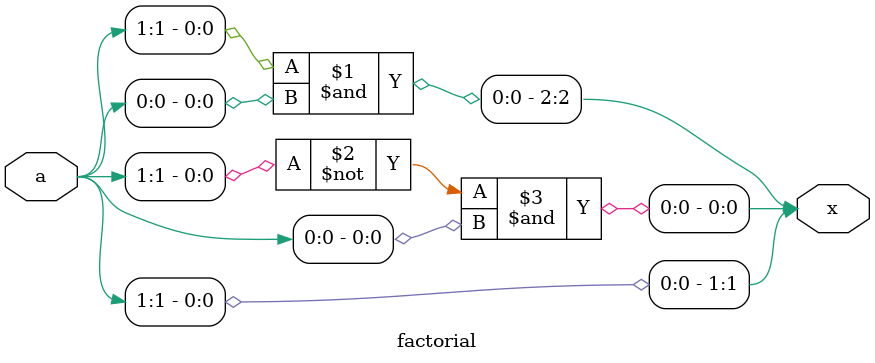
<source format=sv>
module factorial (a,x);
  input [1:0] a;
  output [2:0] x;
  assign x[2] = a[1]&a[0];
  assign x[1] = a[1];
  assign x[0] = (~a[1])&a[0];
endmodule

</source>
